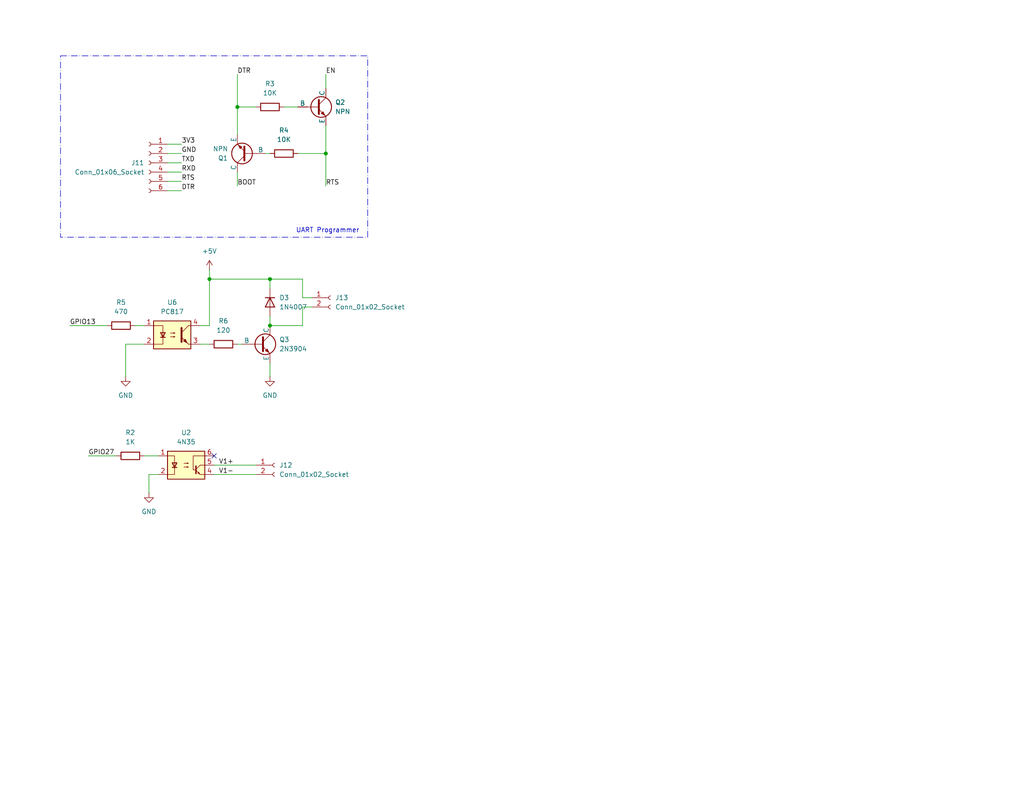
<source format=kicad_sch>
(kicad_sch (version 20231120) (generator "eeschema") (generator_version "8.0")
  (paper "USLetter")
  (title_block (title "ESP32 Sensor Node") (date "2024-07-03") (rev "v2.0"))
  (lib_symbols
    (symbol "+5V_2" (power) (pin_numbers hide) (pin_names (offset 0) hide)
      (property "Value" "+5V" (at 0 3.556 0))
      (symbol "+5V_2_0_1"
        (polyline (pts (xy -0.762 1.27) (xy 0 2.54)))
        (polyline (pts (xy 0 0) (xy 0 2.54)))
        (polyline (pts (xy 0 2.54) (xy 0.762 1.27)))
      )
      (symbol "+5V_2_1_1"
        (pin power_in line (at 0 0 90) (length 0) (name "~") (number "1"))
      )
    )
    (symbol "Connector:Conn_01x02_Socket" (pin_names (offset 1.016) hide)
      (property "Reference" "J" (at 0 2.54 0))
      (property "Value" "Conn_01x02_Socket" (at 0 -5.08 0))
      (symbol "Conn_01x02_Socket_1_1"
        (arc (start 0 -2.032) (mid -0.5058 -2.54) (end 0 -3.048) (stroke (width 0.1524)))
        (polyline (pts (xy -1.27 -2.54) (xy -0.508 -2.54)) (stroke (width 0.1524)))
        (polyline (pts (xy -1.27 0) (xy -0.508 0)) (stroke (width 0.1524)))
        (arc (start 0 0.508) (mid -0.5058 0) (end 0 -0.508) (stroke (width 0.1524)))
        (pin passive line (at -5.08 0 0) (length 3.81) (name "Pin_1") (number "1"))
        (pin passive line (at -5.08 -2.54 0) (length 3.81) (name "Pin_2") (number "2"))
      )
    )
    (symbol "Connector:Conn_01x06_Socket" (pin_names (offset 1.016) hide)
      (property "Reference" "J" (at 0 7.62 0))
      (property "Value" "Conn_01x06_Socket" (at 0 -10.16 0))
      (symbol "Conn_01x06_Socket_1_1"
        (arc (start 0 -7.112) (mid -0.5058 -7.62) (end 0 -8.128) (stroke (width 0.1524)))
        (arc (start 0 -4.572) (mid -0.5058 -5.08) (end 0 -5.588) (stroke (width 0.1524)))
        (arc (start 0 -2.032) (mid -0.5058 -2.54) (end 0 -3.048) (stroke (width 0.1524)))
        (polyline (pts (xy -1.27 -7.62) (xy -0.508 -7.62)) (stroke (width 0.1524)))
        (polyline (pts (xy -1.27 -5.08) (xy -0.508 -5.08)) (stroke (width 0.1524)))
        (polyline (pts (xy -1.27 -2.54) (xy -0.508 -2.54)) (stroke (width 0.1524)))
        (polyline (pts (xy -1.27 0) (xy -0.508 0)) (stroke (width 0.1524)))
        (polyline (pts (xy -1.27 2.54) (xy -0.508 2.54)) (stroke (width 0.1524)))
        (polyline (pts (xy -1.27 5.08) (xy -0.508 5.08)) (stroke (width 0.1524)))
        (arc (start 0 0.508) (mid -0.5058 0) (end 0 -0.508) (stroke (width 0.1524)))
        (arc (start 0 3.048) (mid -0.5058 2.54) (end 0 2.032) (stroke (width 0.1524)))
        (arc (start 0 5.588) (mid -0.5058 5.08) (end 0 4.572) (stroke (width 0.1524)))
        (pin passive line (at -5.08 5.08 0) (length 3.81) (name "Pin_1") (number "1"))
        (pin passive line (at -5.08 2.54 0) (length 3.81) (name "Pin_2") (number "2"))
        (pin passive line (at -5.08 0 0) (length 3.81) (name "Pin_3") (number "3"))
        (pin passive line (at -5.08 -2.54 0) (length 3.81) (name "Pin_4") (number "4"))
        (pin passive line (at -5.08 -5.08 0) (length 3.81) (name "Pin_5") (number "5"))
        (pin passive line (at -5.08 -7.62 0) (length 3.81) (name "Pin_6") (number "6"))
      )
    )
    (symbol "Device:D" (pin_numbers hide) (pin_names (offset 1.016) hide)
      (property "Reference" "D" (at 0 2.54 0))
      (property "Value" "D" (at 0 -2.54 0))
      (symbol "D_0_1"
        (polyline (pts (xy -1.27 1.27) (xy -1.27 -1.27)) (stroke (width 0.254)))
        (polyline (pts (xy 1.27 0) (xy -1.27 0)))
        (polyline (pts (xy 1.27 1.27) (xy 1.27 -1.27) (xy -1.27 0) (xy 1.27 1.27)) (stroke (width 0.254)))
      )
      (symbol "D_1_1"
        (pin passive line (at -3.81 0 0) (length 2.54) (name "K") (number "1"))
        (pin passive line (at 3.81 0 180) (length 2.54) (name "A") (number "2"))
      )
    )
    (symbol "Device:R" (pin_numbers hide) (pin_names (offset 0))
      (property "Reference" "R" (at 2.032 0 90))
      (property "Value" "R" (at 0 0 90))
      (symbol "R_0_1"
        (rectangle (start -1.016 -2.54) (end 1.016 2.54) (stroke (width 0.254)))
      )
      (symbol "R_1_1"
        (pin passive line (at 0 3.81 270) (length 1.27) (name "~") (number "1"))
        (pin passive line (at 0 -3.81 90) (length 1.27) (name "~") (number "2"))
      )
    )
    (symbol "GND_2" (power) (pin_numbers hide) (pin_names (offset 0) hide)
      (property "Value" "GND" (at 0 -3.81 0))
      (symbol "GND_2_0_1"
        (polyline (pts (xy 0 0) (xy 0 -1.27) (xy 1.27 -1.27) (xy 0 -2.54) (xy -1.27 -1.27) (xy 0 -1.27)))
      )
      (symbol "GND_2_1_1"
        (pin power_in line (at 0 0 270) (length 0) (name "~") (number "1"))
      )
    )
    (symbol "GND_5" (power) (pin_numbers hide) (pin_names (offset 0) hide)
      (property "Value" "GND" (at 0 -3.81 0))
      (symbol "GND_5_0_1"
        (polyline (pts (xy 0 0) (xy 0 -1.27) (xy 1.27 -1.27) (xy 0 -2.54) (xy -1.27 -1.27) (xy 0 -1.27)))
      )
      (symbol "GND_5_1_1"
        (pin power_in line (at 0 0 270) (length 0) (name "~") (number "1"))
      )
    )
    (symbol "GND_6" (power) (pin_numbers hide) (pin_names (offset 0) hide)
      (property "Value" "GND" (at 0 -3.81 0))
      (symbol "GND_6_0_1"
        (polyline (pts (xy 0 0) (xy 0 -1.27) (xy 1.27 -1.27) (xy 0 -2.54) (xy -1.27 -1.27) (xy 0 -1.27)))
      )
      (symbol "GND_6_1_1"
        (pin power_in line (at 0 0 270) (length 0) (name "~") (number "1"))
      )
    )
    (symbol "Isolator:4N35" (pin_names (offset 1.016))
      (property "Reference" "U" (at -5.08 5.08 0))
      (property "Value" "4N35" (at 0 5.08 0))
      (symbol "4N35_0_1"
        (rectangle (start -5.08 3.81) (end 5.08 -3.81) (stroke (width 0.254)) (fill (type background)))
        (polyline (pts (xy -3.81 -0.635) (xy -2.54 -0.635)) (stroke (width 0.254)))
        (polyline (pts (xy 2.667 -1.397) (xy 3.81 -2.54)))
        (polyline (pts (xy 2.667 -1.143) (xy 3.81 0)))
        (polyline (pts (xy 3.81 -2.54) (xy 5.08 -2.54)))
        (polyline (pts (xy 3.81 0) (xy 5.08 0)))
        (polyline (pts (xy 2.667 -0.254) (xy 2.667 -2.286) (xy 2.667 -2.286)) (stroke (width 0.3556)))
        (polyline (pts (xy -5.08 -2.54) (xy -3.175 -2.54) (xy -3.175 2.54) (xy -5.08 2.54)))
        (polyline (pts (xy -3.175 -0.635) (xy -3.81 0.635) (xy -2.54 0.635) (xy -3.175 -0.635)) (stroke (width 0.254)))
        (polyline (pts (xy 3.683 -2.413) (xy 3.429 -1.905) (xy 3.175 -2.159) (xy 3.683 -2.413)))
        (polyline (pts (xy 5.08 2.54) (xy 1.905 2.54) (xy 1.905 -1.27) (xy 2.54 -1.27)))
        (polyline (pts (xy -0.635 -0.508) (xy 0.635 -0.508) (xy 0.254 -0.635) (xy 0.254 -0.381) (xy 0.635 -0.508)))
        (polyline (pts (xy -0.635 0.508) (xy 0.635 0.508) (xy 0.254 0.381) (xy 0.254 0.635) (xy 0.635 0.508)))
      )
      (symbol "4N35_1_1"
        (pin passive line (at -7.62 2.54 0) (length 2.54) (name "~") (number "1"))
        (pin passive line (at -7.62 -2.54 0) (length 2.54) (name "~") (number "2"))
        (pin no_connect line (at -5.08 0 0) (length 2.54) hide (name "NC") (number "3"))
        (pin passive line (at 7.62 -2.54 180) (length 2.54) (name "~") (number "4"))
        (pin passive line (at 7.62 0 180) (length 2.54) (name "~") (number "5"))
        (pin passive line (at 7.62 2.54 180) (length 2.54) (name "~") (number "6"))
      )
    )
    (symbol "Isolator:PC817" (pin_names (offset 1.016))
      (property "Reference" "U" (at -5.08 5.08 0))
      (property "Value" "PC817" (at 0 5.08 0))
      (symbol "PC817_0_1"
        (rectangle (start -5.08 3.81) (end 5.08 -3.81) (stroke (width 0.254)) (fill (type background)))
        (polyline (pts (xy -3.175 -0.635) (xy -1.905 -0.635)) (stroke (width 0.254)))
        (polyline (pts (xy 2.54 0.635) (xy 4.445 2.54)))
        (polyline (pts (xy 4.445 -2.54) (xy 2.54 -0.635)) (fill (type outline)))
        (polyline (pts (xy 4.445 -2.54) (xy 5.08 -2.54)))
        (polyline (pts (xy 4.445 2.54) (xy 5.08 2.54)))
        (polyline (pts (xy -5.08 2.54) (xy -2.54 2.54) (xy -2.54 -0.635)))
        (polyline (pts (xy -2.54 -0.635) (xy -2.54 -2.54) (xy -5.08 -2.54)))
        (polyline (pts (xy 2.54 1.905) (xy 2.54 -1.905) (xy 2.54 -1.905)) (stroke (width 0.508)))
        (polyline (pts (xy -2.54 -0.635) (xy -3.175 0.635) (xy -1.905 0.635) (xy -2.54 -0.635)) (stroke (width 0.254)))
        (polyline (pts (xy -0.508 -0.508) (xy 0.762 -0.508) (xy 0.381 -0.635) (xy 0.381 -0.381) (xy 0.762 -0.508)))
        (polyline (pts (xy -0.508 0.508) (xy 0.762 0.508) (xy 0.381 0.381) (xy 0.381 0.635) (xy 0.762 0.508)))
        (polyline (pts (xy 3.048 -1.651) (xy 3.556 -1.143) (xy 4.064 -2.159) (xy 3.048 -1.651) (xy 3.048 -1.651)) (fill (type outline)))
      )
      (symbol "PC817_1_1"
        (pin passive line (at -7.62 2.54 0) (length 2.54) (name "~") (number "1"))
        (pin passive line (at -7.62 -2.54 0) (length 2.54) (name "~") (number "2"))
        (pin passive line (at 7.62 -2.54 180) (length 2.54) (name "~") (number "3"))
        (pin passive line (at 7.62 2.54 180) (length 2.54) (name "~") (number "4"))
      )
    )
    (symbol "Simulation_SPICE:NPN" (pin_numbers hide) (pin_names (offset 0))
      (property "Reference" "Q" (at -2.54 7.62 0))
      (property "Value" "NPN" (at -2.54 5.08 0))
      (symbol "NPN_0_1"
        (polyline (pts (xy -2.54 0) (xy 0.635 0)) (stroke (width 0.1524)))
        (polyline (pts (xy 0.635 0.635) (xy 2.54 2.54)))
        (polyline (pts (xy 2.794 -1.27) (xy 2.794 -1.27)) (stroke (width 0.1524)))
        (polyline (pts (xy 2.794 -1.27) (xy 2.794 -1.27)) (stroke (width 0.1524)))
        (polyline (pts (xy 0.635 -0.635) (xy 2.54 -2.54) (xy 2.54 -2.54)))
        (polyline (pts (xy 0.635 1.905) (xy 0.635 -1.905) (xy 0.635 -1.905)) (stroke (width 0.508)))
        (polyline (pts (xy 1.27 -1.778) (xy 1.778 -1.27) (xy 2.286 -2.286) (xy 1.27 -1.778) (xy 1.27 -1.778)) (fill (type outline)))
        (circle (center 1.27 0) (radius 2.8194) (stroke (width 0.254)))
      )
      (symbol "NPN_1_1"
        (pin open_collector line (at 2.54 5.08 270) (length 2.54) (name "C") (number "1"))
        (pin input line (at -5.08 0 0) (length 2.54) (name "B") (number "2"))
        (pin open_emitter line (at 2.54 -5.08 90) (length 2.54) (name "E") (number "3"))
      )
    )
  )
  (junction (at 64.77 29.21))
  (junction (at 73.66 88.9))
  (junction (at 73.66 76.2))
  (junction (at 57.15 76.2))
  (junction (at 88.9 41.91))
  (no_connect (at 58.42 124.46))
  (wire (pts (xy 73.66 76.2) (xy 82.55 76.2)))
  (wire (pts (xy 24.13 124.46) (xy 31.75 124.46)))
  (wire (pts (xy 64.77 29.21) (xy 69.85 29.21)))
  (wire (pts (xy 88.9 34.29) (xy 88.9 41.91)))
  (wire (pts (xy 19.05 88.9) (xy 29.21 88.9)))
  (wire (pts (xy 57.15 73.66) (xy 57.15 76.2)))
  (wire (pts (xy 36.83 88.9) (xy 39.37 88.9)))
  (wire (pts (xy 40.64 134.62) (xy 40.64 129.54)))
  (wire (pts (xy 73.66 99.06) (xy 73.66 102.87)))
  (wire (pts (xy 58.42 129.54) (xy 69.85 129.54)))
  (wire (pts (xy 73.66 86.36) (xy 73.66 88.9)))
  (wire (pts (xy 45.72 52.07) (xy 49.53 52.07)))
  (wire (pts (xy 45.72 41.91) (xy 49.53 41.91)))
  (wire (pts (xy 73.66 78.74) (xy 73.66 76.2)))
  (wire (pts (xy 82.55 88.9) (xy 73.66 88.9)))
  (wire (pts (xy 64.77 46.99) (xy 64.77 50.8)))
  (wire (pts (xy 82.55 76.2) (xy 82.55 81.28)))
  (wire (pts (xy 54.61 93.98) (xy 57.15 93.98)))
  (wire (pts (xy 72.39 41.91) (xy 73.66 41.91)))
  (wire (pts (xy 85.09 83.82) (xy 82.55 83.82)))
  (wire (pts (xy 82.55 83.82) (xy 82.55 88.9)))
  (wire (pts (xy 39.37 124.46) (xy 43.18 124.46)))
  (wire (pts (xy 34.29 102.87) (xy 34.29 93.98)))
  (wire (pts (xy 77.47 29.21) (xy 81.28 29.21)))
  (wire (pts (xy 45.72 46.99) (xy 49.53 46.99)))
  (wire (pts (xy 64.77 20.32) (xy 64.77 29.21)))
  (wire (pts (xy 57.15 88.9) (xy 54.61 88.9)))
  (wire (pts (xy 45.72 39.37) (xy 49.53 39.37)))
  (wire (pts (xy 45.72 49.53) (xy 49.53 49.53)))
  (wire (pts (xy 58.42 127) (xy 69.85 127)))
  (wire (pts (xy 88.9 41.91) (xy 81.28 41.91)))
  (wire (pts (xy 73.66 76.2) (xy 57.15 76.2)))
  (wire (pts (xy 88.9 41.91) (xy 88.9 50.8)))
  (wire (pts (xy 40.64 129.54) (xy 43.18 129.54)))
  (wire (pts (xy 57.15 76.2) (xy 57.15 88.9)))
  (wire (pts (xy 34.29 93.98) (xy 39.37 93.98)))
  (wire (pts (xy 64.77 29.21) (xy 64.77 36.83)))
  (wire (pts (xy 88.9 20.32) (xy 88.9 24.13)))
  (wire (pts (xy 64.77 93.98) (xy 66.04 93.98)))
  (wire (pts (xy 45.72 44.45) (xy 49.53 44.45)))
  (wire (pts (xy 82.55 81.28) (xy 85.09 81.28)))
  (rectangle (start 16.51 15.24) (end 100.33 64.77) (stroke (width 0) (type dash_dot)))
  (text "UART Programmer" (at 89.408 62.992 0) (effects (font (size 1.27 1.27))))
  (label "DTR" (at 49.53 52.07 0))
  (label "RXD" (at 49.53 46.99 0))
  (label "RTS" (at 49.53 49.53 0))
  (label "V1+" (at 59.69 127 0))
  (label "V1-" (at 59.69 129.54 0))
  (label "TXD" (at 49.53 44.45 0))
  (label "DTR" (at 64.77 20.32 0))
  (label "GND" (at 49.53 41.91 0))
  (label "EN" (at 88.9 20.32 0))
  (label "GPIO27" (at 24.13 124.46 0))
  (label "3V3" (at 49.53 39.37 0))
  (label "BOOT" (at 64.77 50.8 0))
  (label "GPIO13" (at 19.05 88.9 0))
  (label "RTS" (at 88.9 50.8 0))
  (symbol (lib_id "Isolator:PC817") (at 46.99 91.44 0) (unit 1) (on_board no)
    (property "Reference" "U6" (at 46.99 82.55 0))
    (property "Value" "PC817" (at 46.99 85.09 0))
    (property "Footprint" "Package_DIP:DIP-4_W7.62mm" (effects (hide yes)))
    (property "Datasheet" "http://www.soselectronic.cz/a_info/resource/d/pc817.pdf" (effects (hide yes)))
    (property "Description" "DC Optocoupler, Vce 35V, CTR 50-300%, DIP-4" (effects (hide yes)))
  )
  (symbol (lib_id "Device:R") (at 33.02 88.9 270) (unit 1) (on_board no)
    (property "Reference" "R5" (at 33.02 82.55 90))
    (property "Value" "470" (at 33.02 85.09 90))
    (property "Footprint" "Resistor_SMD:R_1206_3216Metric_Pad1.30x1.75mm_HandSolder" (effects (hide yes)))
    (property "Description" "Resistor" (effects (hide yes)))
  )
  (symbol (lib_id "Simulation_SPICE:NPN") (at 71.12 93.98 0) (unit 1) (on_board no)
    (property "Reference" "Q3" (at 76.2 92.7099 0) (effects (justify left)))
    (property "Value" "2N3904" (at 76.2 95.2499 0) (effects (justify left)))
    (property "Footprint" "Package_TO_SOT_THT:TO-92" (effects (hide yes)))
    (property "Datasheet" "https://ngspice.sourceforge.io/docs/ngspice-html-manual/manual.xhtml#cha_BJTs" (effects (hide yes)))
    (property "Description" "Bipolar transistor symbol for simulation only, substrate tied to the emitter" (effects (hide yes)))
    (property "Sim.Device" "NPN" (effects (hide yes)))
    (property "Sim.Type" "GUMMELPOON" (effects (hide yes)))
    (property "Sim.Pins" "1=C 2=B 3=E" (effects (hide yes)))
  )
  (symbol (lib_name "GND_5") (lib_id "power:GND") (at 73.66 102.87 0) (unit 1)
    (property "Reference" "#PWR020" (effects (hide yes)))
    (property "Value" "GND" (at 73.66 107.95 0))
    (property "Description" "Power symbol creates a global label with name \"GND\" , ground" (effects (hide yes)))
  )
  (symbol (lib_id "Device:R") (at 73.66 29.21 270) (unit 1) (on_board no)
    (property "Reference" "R3" (at 73.66 22.86 90))
    (property "Value" "10K" (at 73.66 25.4 90))
    (property "Footprint" "Resistor_SMD:R_1210_3225Metric_Pad1.30x2.65mm_HandSolder" (effects (hide yes)))
    (property "Description" "Resistor" (effects (hide yes)))
  )
  (symbol (lib_id "Connector:Conn_01x06_Socket") (at 40.64 44.45 0) (mirror y) (unit 1) (on_board no)
    (property "Reference" "J11" (at 39.37 44.4499 0) (effects (justify left)))
    (property "Value" "Conn_01x06_Socket" (at 39.37 46.9899 0) (effects (justify left)))
    (property "Footprint" "Connector_PinSocket_2.54mm:PinSocket_1x06_P2.54mm_Vertical" (effects (hide yes)))
    (property "Description" "Generic connector, single row, 01x06, script generated" (effects (hide yes)))
  )
  (symbol (lib_id "Simulation_SPICE:NPN") (at 86.36 29.21 0) (unit 1) (on_board no)
    (property "Reference" "Q2" (at 91.44 27.9399 0) (effects (justify left)))
    (property "Value" "NPN" (at 91.44 30.4799 0) (effects (justify left)))
    (property "Footprint" "Package_TO_SOT_THT:TO-92_Inline_W4.0mm_Horizontal_FlatSideDown" (effects (hide yes)))
    (property "Datasheet" "https://ngspice.sourceforge.io/docs/ngspice-html-manual/manual.xhtml#cha_BJTs" (effects (hide yes)))
    (property "Description" "Bipolar transistor symbol for simulation only, substrate tied to the emitter" (effects (hide yes)))
    (property "Sim.Device" "NPN" (effects (hide yes)))
    (property "Sim.Type" "GUMMELPOON" (effects (hide yes)))
    (property "Sim.Pins" "1=C 2=B 3=E" (effects (hide yes)))
  )
  (symbol (lib_id "Device:R") (at 60.96 93.98 270) (unit 1) (on_board no)
    (property "Reference" "R6" (at 60.96 87.63 90))
    (property "Value" "120" (at 60.96 90.17 90))
    (property "Footprint" "Resistor_SMD:R_1206_3216Metric_Pad1.30x1.75mm_HandSolder" (effects (hide yes)))
    (property "Description" "Resistor" (effects (hide yes)))
  )
  (symbol (lib_id "Device:R") (at 35.56 124.46 90) (unit 1) (on_board no)
    (property "Reference" "R2" (at 35.56 118.11 90))
    (property "Value" "1K" (at 35.56 120.65 90))
    (property "Footprint" "Resistor_SMD:R_1210_3225Metric_Pad1.30x2.65mm_HandSolder" (effects (hide yes)))
  )
  (symbol (lib_id "Connector:Conn_01x02_Socket") (at 74.93 127 0) (unit 1) (on_board no)
    (property "Reference" "J12" (at 76.2 126.9999 0) (effects (justify left)))
    (property "Value" "Conn_01x02_Socket" (at 76.2 129.5399 0) (effects (justify left)))
    (property "Footprint" "Connector_PinSocket_2.54mm:PinSocket_1x02_P2.54mm_Vertical" (effects (hide yes)))
    (property "Description" "Generic connector, single row, 01x02, script generated" (effects (hide yes)))
  )
  (symbol (lib_name "GND_2") (lib_id "power:GND") (at 40.64 134.62 0) (unit 1)
    (property "Reference" "#PWR011" (effects (hide yes)))
    (property "Value" "GND" (at 40.64 139.7 0))
    (property "Description" "Power symbol creates a global label with name \"GND\" , ground" (effects (hide yes)))
  )
  (symbol (lib_name "GND_6") (lib_id "power:GND") (at 34.29 102.87 0) (unit 1)
    (property "Reference" "#PWR018" (effects (hide yes)))
    (property "Value" "GND" (at 34.29 107.95 0))
    (property "Description" "Power symbol creates a global label with name \"GND\" , ground" (effects (hide yes)))
  )
  (symbol (lib_id "Device:D") (at 73.66 82.55 270) (unit 1) (on_board no)
    (property "Reference" "D3" (at 76.2 81.2799 90) (effects (justify left)))
    (property "Value" "1N4007" (at 76.2 83.8199 90) (effects (justify left)))
    (property "Description" "Diode" (effects (hide yes)))
    (property "Sim.Device" "D" (effects (hide yes)))
    (property "Sim.Pins" "1=K 2=A" (effects (hide yes)))
  )
  (symbol (lib_id "Connector:Conn_01x02_Socket") (at 90.17 81.28 0) (unit 1) (on_board no)
    (property "Reference" "J13" (at 91.44 81.2799 0) (effects (justify left)))
    (property "Value" "Conn_01x02_Socket" (at 91.44 83.8199 0) (effects (justify left)))
    (property "Footprint" "Connector_PinSocket_2.54mm:PinSocket_1x02_P2.54mm_Vertical" (effects (hide yes)))
    (property "Description" "Generic connector, single row, 01x02, script generated" (effects (hide yes)))
  )
  (symbol (lib_id "Simulation_SPICE:NPN") (at 67.31 41.91 180) (unit 1) (on_board no)
    (property "Reference" "Q1" (at 62.23 43.1801 0) (effects (justify left)))
    (property "Value" "NPN" (at 62.23 40.6401 0) (effects (justify left)))
    (property "Footprint" "Package_TO_SOT_THT:TO-92_Inline_W4.0mm_Horizontal_FlatSideDown" (effects (hide yes)))
    (property "Datasheet" "https://ngspice.sourceforge.io/docs/ngspice-html-manual/manual.xhtml#cha_BJTs" (effects (hide yes)))
    (property "Description" "Bipolar transistor symbol for simulation only, substrate tied to the emitter" (effects (hide yes)))
    (property "Sim.Device" "NPN" (effects (hide yes)))
    (property "Sim.Type" "GUMMELPOON" (effects (hide yes)))
    (property "Sim.Pins" "1=C 2=B 3=E" (effects (hide yes)))
  )
  (symbol (lib_name "+5V_2") (lib_id "power:+5V") (at 57.15 73.66 0) (unit 1)
    (property "Reference" "#PWR019" (effects (hide yes)))
    (property "Value" "+5V" (at 57.15 68.58 0))
    (property "Description" "Power symbol creates a global label with name \"+5V\"" (effects (hide yes)))
  )
  (symbol (lib_id "Device:R") (at 77.47 41.91 270) (unit 1) (on_board no)
    (property "Reference" "R4" (at 77.47 35.56 90))
    (property "Value" "10K" (at 77.47 38.1 90))
    (property "Footprint" "Resistor_SMD:R_1210_3225Metric_Pad1.30x2.65mm_HandSolder" (effects (hide yes)))
    (property "Description" "Resistor" (effects (hide yes)))
  )
  (symbol (lib_id "Isolator:4N35") (at 50.8 127 0) (unit 1) (on_board no)
    (property "Reference" "U2" (at 50.8 118.11 0))
    (property "Value" "4N35" (at 50.8 120.65 0))
    (property "Footprint" "Package_DIP:DIP-6_W7.62mm" (effects (hide yes)))
    (property "Datasheet" "https://www.vishay.com/docs/81181/4n35.pdf" (effects (hide yes)))
    (property "Description" "Optocoupler, Phototransistor Output, with Base Connection, Vce 70V, CTR 100%, Viso 5000V, DIP6" (effects (hide yes)))
  )
)
</source>
